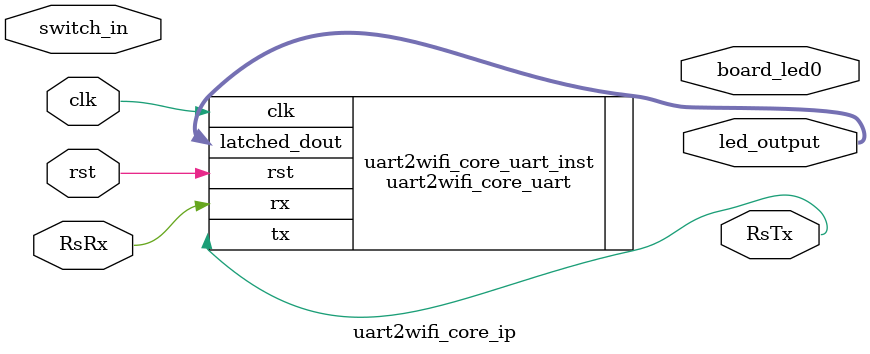
<source format=sv>
`timescale 1ns / 1ps
`define LOOPBACK

module uart2wifi_core_ip(
    input clk,
    input rst,
    input switch_in,
    output board_led0,
    //output [3:0] state_led,
    //input data_in_test,
    //input data_out_test,
    input RsRx,
    output RsTx,
    
    output reg [7:0] led_output
    );
    
    wire led_en;
    
    logic rx, tx; 
    /*
    fsm_state cur_state;
    
    // Communication with register file
    reg_if fsm_reg_if();
    
    // Instantialize modules
    uart2wifi_core_fsm uart2wifi_core_fsm_inst(.clk(clk), .rst(rst), .switch_in(switch_in), .led_en(led_en), .data_in(data_in_test), 
                                                .data_out(data_out_test), .fsm_reg_if(fsm_reg_if), .state_to_led(cur_state));
    uart2wifi_core_led uart2wifi_core_led_inst(.clk(clk), .led_en(led_en),.state(cur_state),.led_arr(state_led) ,.led_out(board_led0));
    uart2wifi_core_serial uart2wifi_core_serial_inst();
    */
    uart2wifi_core_uart uart2wifi_core_uart_inst( .clk(clk), .rst(rst), .rx(RsRx), .tx(RsTx), .latched_dout(led_output));
    //uart2wifi_core_sram uart2wifi_core_sram_inst (.clk(clk), .rst(rst), .sram_reg_if(fsm_reg_if));
endmodule

//RsRx
</source>
